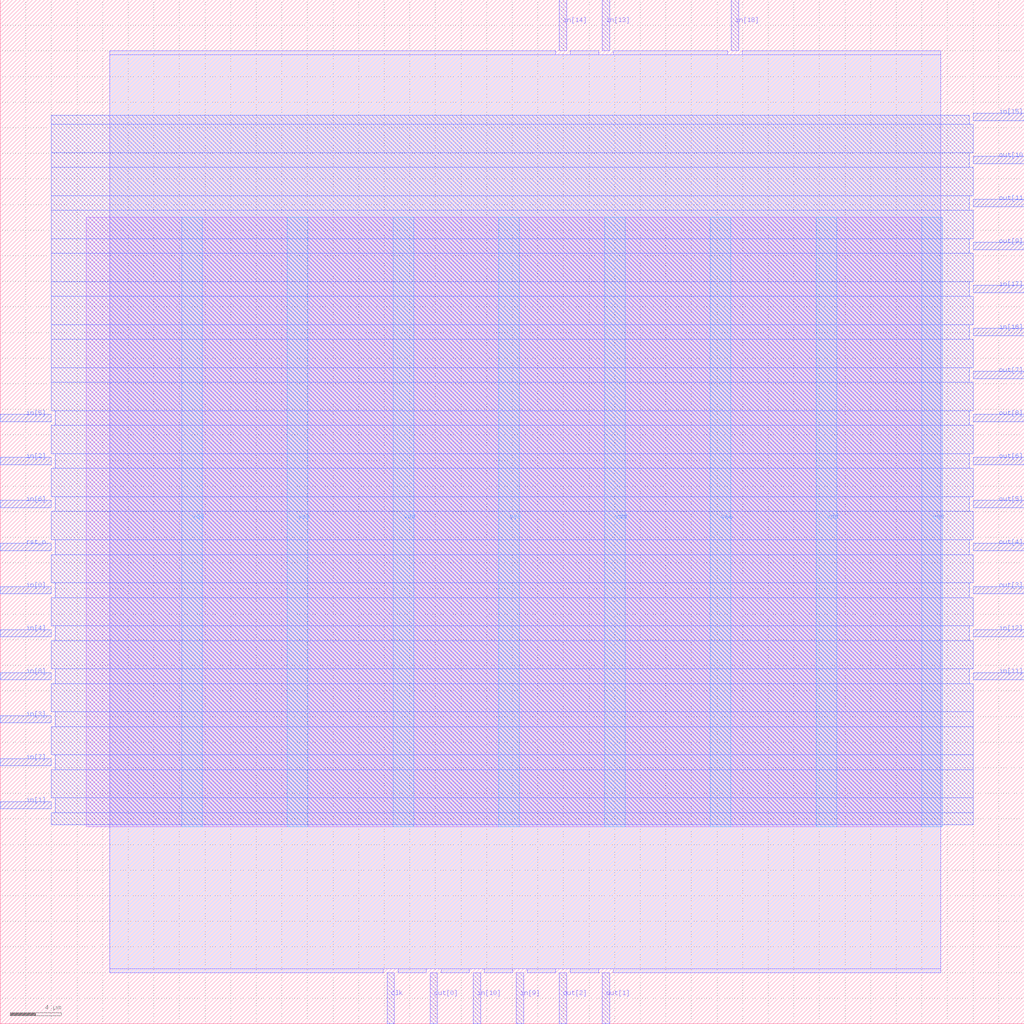
<source format=lef>
VERSION 5.7 ;
  NOWIREEXTENSIONATPIN ON ;
  DIVIDERCHAR "/" ;
  BUSBITCHARS "[]" ;
MACRO loopback
  CLASS BLOCK ;
  FOREIGN loopback ;
  ORIGIN 0.000 0.000 ;
  SIZE 80.000 BY 80.000 ;
  PIN clk
    DIRECTION INPUT ;
    USE SIGNAL ;
    ANTENNAGATEAREA 0.498500 ;
    ANTENNADIFFAREA 0.410400 ;
    PORT
      LAYER Metal2 ;
        RECT 30.240 0.000 30.800 4.000 ;
    END
  END clk
  PIN in[0]
    DIRECTION INPUT ;
    USE SIGNAL ;
    ANTENNAGATEAREA 0.741000 ;
    ANTENNADIFFAREA 0.410400 ;
    PORT
      LAYER Metal3 ;
        RECT 0.000 33.600 4.000 34.160 ;
    END
  END in[0]
  PIN in[10]
    DIRECTION INPUT ;
    USE SIGNAL ;
    ANTENNAGATEAREA 0.741000 ;
    ANTENNADIFFAREA 0.410400 ;
    PORT
      LAYER Metal2 ;
        RECT 36.960 0.000 37.520 4.000 ;
    END
  END in[10]
  PIN in[11]
    DIRECTION INPUT ;
    USE SIGNAL ;
    ANTENNAGATEAREA 0.741000 ;
    ANTENNADIFFAREA 0.410400 ;
    PORT
      LAYER Metal3 ;
        RECT 76.000 26.880 80.000 27.440 ;
    END
  END in[11]
  PIN in[12]
    DIRECTION INPUT ;
    USE SIGNAL ;
    ANTENNAGATEAREA 0.741000 ;
    ANTENNADIFFAREA 0.410400 ;
    PORT
      LAYER Metal3 ;
        RECT 76.000 30.240 80.000 30.800 ;
    END
  END in[12]
  PIN in[13]
    DIRECTION INPUT ;
    USE SIGNAL ;
    ANTENNAGATEAREA 0.741000 ;
    ANTENNADIFFAREA 0.410400 ;
    PORT
      LAYER Metal2 ;
        RECT 47.040 76.000 47.600 80.000 ;
    END
  END in[13]
  PIN in[14]
    DIRECTION INPUT ;
    USE SIGNAL ;
    ANTENNAGATEAREA 0.741000 ;
    ANTENNADIFFAREA 0.410400 ;
    PORT
      LAYER Metal2 ;
        RECT 43.680 76.000 44.240 80.000 ;
    END
  END in[14]
  PIN in[15]
    DIRECTION INPUT ;
    USE SIGNAL ;
    ANTENNAGATEAREA 0.741000 ;
    ANTENNADIFFAREA 0.410400 ;
    PORT
      LAYER Metal3 ;
        RECT 76.000 70.560 80.000 71.120 ;
    END
  END in[15]
  PIN in[16]
    DIRECTION INPUT ;
    USE SIGNAL ;
    ANTENNAGATEAREA 0.741000 ;
    ANTENNADIFFAREA 0.410400 ;
    PORT
      LAYER Metal3 ;
        RECT 76.000 53.760 80.000 54.320 ;
    END
  END in[16]
  PIN in[17]
    DIRECTION INPUT ;
    USE SIGNAL ;
    ANTENNAGATEAREA 0.741000 ;
    ANTENNADIFFAREA 0.410400 ;
    PORT
      LAYER Metal3 ;
        RECT 76.000 57.120 80.000 57.680 ;
    END
  END in[17]
  PIN in[18]
    DIRECTION INPUT ;
    USE SIGNAL ;
    ANTENNAGATEAREA 0.741000 ;
    ANTENNADIFFAREA 0.410400 ;
    PORT
      LAYER Metal2 ;
        RECT 57.120 76.000 57.680 80.000 ;
    END
  END in[18]
  PIN in[1]
    DIRECTION INPUT ;
    USE SIGNAL ;
    ANTENNAGATEAREA 0.741000 ;
    ANTENNADIFFAREA 0.410400 ;
    PORT
      LAYER Metal3 ;
        RECT 0.000 16.800 4.000 17.360 ;
    END
  END in[1]
  PIN in[2]
    DIRECTION INPUT ;
    USE SIGNAL ;
    ANTENNAGATEAREA 0.741000 ;
    ANTENNADIFFAREA 0.410400 ;
    PORT
      LAYER Metal3 ;
        RECT 0.000 43.680 4.000 44.240 ;
    END
  END in[2]
  PIN in[3]
    DIRECTION INPUT ;
    USE SIGNAL ;
    ANTENNAGATEAREA 0.741000 ;
    ANTENNADIFFAREA 0.410400 ;
    PORT
      LAYER Metal3 ;
        RECT 0.000 23.520 4.000 24.080 ;
    END
  END in[3]
  PIN in[4]
    DIRECTION INPUT ;
    USE SIGNAL ;
    ANTENNAGATEAREA 0.741000 ;
    ANTENNADIFFAREA 0.410400 ;
    PORT
      LAYER Metal3 ;
        RECT 0.000 30.240 4.000 30.800 ;
    END
  END in[4]
  PIN in[5]
    DIRECTION INPUT ;
    USE SIGNAL ;
    ANTENNAGATEAREA 0.741000 ;
    ANTENNADIFFAREA 0.410400 ;
    PORT
      LAYER Metal3 ;
        RECT 0.000 47.040 4.000 47.600 ;
    END
  END in[5]
  PIN in[6]
    DIRECTION INPUT ;
    USE SIGNAL ;
    ANTENNAGATEAREA 0.741000 ;
    ANTENNADIFFAREA 0.410400 ;
    PORT
      LAYER Metal3 ;
        RECT 0.000 40.320 4.000 40.880 ;
    END
  END in[6]
  PIN in[7]
    DIRECTION INPUT ;
    USE SIGNAL ;
    ANTENNAGATEAREA 0.741000 ;
    ANTENNADIFFAREA 0.410400 ;
    PORT
      LAYER Metal3 ;
        RECT 0.000 20.160 4.000 20.720 ;
    END
  END in[7]
  PIN in[8]
    DIRECTION INPUT ;
    USE SIGNAL ;
    ANTENNAGATEAREA 0.741000 ;
    ANTENNADIFFAREA 0.410400 ;
    PORT
      LAYER Metal3 ;
        RECT 0.000 26.880 4.000 27.440 ;
    END
  END in[8]
  PIN in[9]
    DIRECTION INPUT ;
    USE SIGNAL ;
    ANTENNAGATEAREA 0.741000 ;
    ANTENNADIFFAREA 0.410400 ;
    PORT
      LAYER Metal2 ;
        RECT 40.320 0.000 40.880 4.000 ;
    END
  END in[9]
  PIN out[0]
    DIRECTION OUTPUT TRISTATE ;
    USE SIGNAL ;
    ANTENNADIFFAREA 0.897600 ;
    PORT
      LAYER Metal2 ;
        RECT 33.600 0.000 34.160 4.000 ;
    END
  END out[0]
  PIN out[10]
    DIRECTION OUTPUT TRISTATE ;
    USE SIGNAL ;
    ANTENNADIFFAREA 4.731200 ;
    PORT
      LAYER Metal3 ;
        RECT 76.000 67.200 80.000 67.760 ;
    END
  END out[10]
  PIN out[11]
    DIRECTION OUTPUT TRISTATE ;
    USE SIGNAL ;
    ANTENNADIFFAREA 4.731200 ;
    PORT
      LAYER Metal3 ;
        RECT 76.000 63.840 80.000 64.400 ;
    END
  END out[11]
  PIN out[1]
    DIRECTION OUTPUT TRISTATE ;
    USE SIGNAL ;
    ANTENNADIFFAREA 4.731200 ;
    PORT
      LAYER Metal2 ;
        RECT 47.040 0.000 47.600 4.000 ;
    END
  END out[1]
  PIN out[2]
    DIRECTION OUTPUT TRISTATE ;
    USE SIGNAL ;
    ANTENNADIFFAREA 4.731200 ;
    PORT
      LAYER Metal2 ;
        RECT 43.680 0.000 44.240 4.000 ;
    END
  END out[2]
  PIN out[3]
    DIRECTION OUTPUT TRISTATE ;
    USE SIGNAL ;
    ANTENNADIFFAREA 4.731200 ;
    PORT
      LAYER Metal3 ;
        RECT 76.000 33.600 80.000 34.160 ;
    END
  END out[3]
  PIN out[4]
    DIRECTION OUTPUT TRISTATE ;
    USE SIGNAL ;
    ANTENNADIFFAREA 4.731200 ;
    PORT
      LAYER Metal3 ;
        RECT 76.000 36.960 80.000 37.520 ;
    END
  END out[4]
  PIN out[5]
    DIRECTION OUTPUT TRISTATE ;
    USE SIGNAL ;
    ANTENNADIFFAREA 4.731200 ;
    PORT
      LAYER Metal3 ;
        RECT 76.000 40.320 80.000 40.880 ;
    END
  END out[5]
  PIN out[6]
    DIRECTION OUTPUT TRISTATE ;
    USE SIGNAL ;
    ANTENNADIFFAREA 4.731200 ;
    PORT
      LAYER Metal3 ;
        RECT 76.000 43.680 80.000 44.240 ;
    END
  END out[6]
  PIN out[7]
    DIRECTION OUTPUT TRISTATE ;
    USE SIGNAL ;
    ANTENNADIFFAREA 4.731200 ;
    PORT
      LAYER Metal3 ;
        RECT 76.000 50.400 80.000 50.960 ;
    END
  END out[7]
  PIN out[8]
    DIRECTION OUTPUT TRISTATE ;
    USE SIGNAL ;
    ANTENNADIFFAREA 4.731200 ;
    PORT
      LAYER Metal3 ;
        RECT 76.000 47.040 80.000 47.600 ;
    END
  END out[8]
  PIN out[9]
    DIRECTION OUTPUT TRISTATE ;
    USE SIGNAL ;
    ANTENNADIFFAREA 4.731200 ;
    PORT
      LAYER Metal3 ;
        RECT 76.000 60.480 80.000 61.040 ;
    END
  END out[9]
  PIN rst_n
    DIRECTION INPUT ;
    USE SIGNAL ;
    ANTENNAGATEAREA 0.741000 ;
    ANTENNADIFFAREA 0.410400 ;
    PORT
      LAYER Metal3 ;
        RECT 0.000 36.960 4.000 37.520 ;
    END
  END rst_n
  PIN vdd
    DIRECTION INOUT ;
    USE POWER ;
    PORT
      LAYER Metal4 ;
        RECT 14.180 15.380 15.780 63.020 ;
    END
    PORT
      LAYER Metal4 ;
        RECT 30.700 15.380 32.300 63.020 ;
    END
    PORT
      LAYER Metal4 ;
        RECT 47.220 15.380 48.820 63.020 ;
    END
    PORT
      LAYER Metal4 ;
        RECT 63.740 15.380 65.340 63.020 ;
    END
  END vdd
  PIN vss
    DIRECTION INOUT ;
    USE GROUND ;
    PORT
      LAYER Metal4 ;
        RECT 22.440 15.380 24.040 63.020 ;
    END
    PORT
      LAYER Metal4 ;
        RECT 38.960 15.380 40.560 63.020 ;
    END
    PORT
      LAYER Metal4 ;
        RECT 55.480 15.380 57.080 63.020 ;
    END
    PORT
      LAYER Metal4 ;
        RECT 72.000 15.380 73.600 63.020 ;
    END
  END vss
  OBS
      LAYER Metal1 ;
        RECT 6.720 15.380 73.600 63.020 ;
      LAYER Metal2 ;
        RECT 8.540 75.700 43.380 76.000 ;
        RECT 44.540 75.700 46.740 76.000 ;
        RECT 47.900 75.700 56.820 76.000 ;
        RECT 57.980 75.700 73.460 76.000 ;
        RECT 8.540 4.300 73.460 75.700 ;
        RECT 8.540 4.000 29.940 4.300 ;
        RECT 31.100 4.000 33.300 4.300 ;
        RECT 34.460 4.000 36.660 4.300 ;
        RECT 37.820 4.000 40.020 4.300 ;
        RECT 41.180 4.000 43.380 4.300 ;
        RECT 44.540 4.000 46.740 4.300 ;
        RECT 47.900 4.000 73.460 4.300 ;
      LAYER Metal3 ;
        RECT 4.000 70.260 75.700 70.980 ;
        RECT 4.000 68.060 76.020 70.260 ;
        RECT 4.000 66.900 75.700 68.060 ;
        RECT 4.000 64.700 76.020 66.900 ;
        RECT 4.000 63.540 75.700 64.700 ;
        RECT 4.000 61.340 76.020 63.540 ;
        RECT 4.000 60.180 75.700 61.340 ;
        RECT 4.000 57.980 76.020 60.180 ;
        RECT 4.000 56.820 75.700 57.980 ;
        RECT 4.000 54.620 76.020 56.820 ;
        RECT 4.000 53.460 75.700 54.620 ;
        RECT 4.000 51.260 76.020 53.460 ;
        RECT 4.000 50.100 75.700 51.260 ;
        RECT 4.000 47.900 76.020 50.100 ;
        RECT 4.300 46.740 75.700 47.900 ;
        RECT 4.000 44.540 76.020 46.740 ;
        RECT 4.300 43.380 75.700 44.540 ;
        RECT 4.000 41.180 76.020 43.380 ;
        RECT 4.300 40.020 75.700 41.180 ;
        RECT 4.000 37.820 76.020 40.020 ;
        RECT 4.300 36.660 75.700 37.820 ;
        RECT 4.000 34.460 76.020 36.660 ;
        RECT 4.300 33.300 75.700 34.460 ;
        RECT 4.000 31.100 76.020 33.300 ;
        RECT 4.300 29.940 75.700 31.100 ;
        RECT 4.000 27.740 76.020 29.940 ;
        RECT 4.300 26.580 75.700 27.740 ;
        RECT 4.000 24.380 76.020 26.580 ;
        RECT 4.300 23.220 76.020 24.380 ;
        RECT 4.000 21.020 76.020 23.220 ;
        RECT 4.300 19.860 76.020 21.020 ;
        RECT 4.000 17.660 76.020 19.860 ;
        RECT 4.300 16.500 76.020 17.660 ;
        RECT 4.000 15.540 76.020 16.500 ;
  END
END loopback
END LIBRARY


</source>
